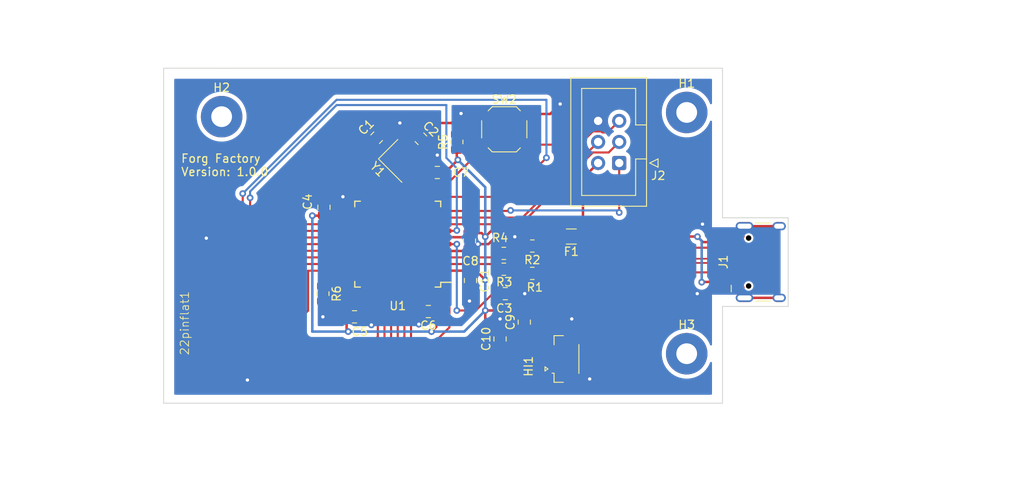
<source format=kicad_pcb>
(kicad_pcb (version 20221018) (generator pcbnew)
  (layers (0 "F.Cu" signal) (31 "B.Cu" signal) (34 "B.Paste" user) (35 "F.Paste" user) (36 "B.SilkS" user "B.Silkscreen") (37 "F.SilkS" user "F.Silkscreen") (38 "B.Mask" user) (39 "F.Mask" user) (44 "Edge.Cuts" user))
  (net 0 "")
  (net 1 "GND")
  (net 2 "Net-(U1-XTAL1)")
  (net 3 "Net-(U1-XTAL2)")
  (net 4 "Net-(U1-UCAP)")
  (net 5 "+5V")
  (net 6 "VCC")
  (net 7 "Net-(J1-CC1)")
  (net 8 "D+")
  (net 9 "D-")
  (net 11 "Net-(J1-CC2)")
  (net 13 "Net-(U1-D-)")
  (net 14 "Net-(U1-D+)")
  (net 15 "reset")
  (net 16 "Net-(U1-~{HWB}{slash}PE2)")
  (net 17 "ex8")
  (net 18 "SCK")
  (net 19 "MOSI")
  (net 20 "MISO")
  (net 21 "ex9")
  (net 22 "ex0")
  (net 23 "ex1")
  (net 24 "ex2")
  (net 25 "ex3")
  (net 26 "ex5")
  (net 27 "ex4")
  (net 28 "ex6")
  (net 29 "ex7")
  (net 30 "Col4")
  (net 31 "Col3")
  (net 32 "Col2")
  (net 33 "Col1")
  (net 34 "Col0")
  (net 35 "Row5")
  (net 36 "Row4")
  (net 37 "Row3")
  (net 38 "Row2")
  (net 39 "Row1")
  (net 40 "Row0")
  (net 42 "ex10")
  (footprint "daughterboard_footprints:R_0805_2012Metric" (layer "F.Cu") (at 187.9085 85.697 180)
    (fp_text reference "R1")
    (fp_text value "5k1")
  )
  (footprint "daughterboard_footprints:R_0805_2012Metric" (layer "F.Cu") (at 178.816 69.85 90)
    (fp_text reference "R5")
    (fp_text value "10k")
  )
  (footprint "MountingHole:MountingHole_2.5mm_Pad" (layer "F.Cu") (at 150.495 66.802)
    (fp_text reference "H2")
    (fp_text value "MountingHole")
  )
  (footprint "daughterboard_footprints:C_0805_2012Metric" (layer "F.Cu") (at 186.944 91.567 90)
    (fp_text reference "C9")
    (fp_text value "10uF")
  )
  (footprint "daughterboard_footprints:C_0805_2012Metric" (layer "F.Cu") (at 176.469 73.533 180)
    (fp_text reference "C7")
    (fp_text value "0.1uF")
  )
  (footprint "MountingHole:MountingHole_2.5mm_Pad" (layer "F.Cu") (at 206.502 95.377)
    (fp_text reference "H3")
    (fp_text value "MountingHole")
  )
  (footprint "daughterboard_footprints:SW_SPST_SKQG_WithStem" (layer "F.Cu") (at 184.531 68.326)
    (fp_text reference "SW2")
    (fp_text value "SW_Push")
  )
  (footprint "daughterboard_footprints:IDC-Header_2x03_P2.54mm_Vertical" (layer "F.Cu") (at 198.374 72.39 180)
    (fp_text reference "J2")
    (fp_text value "AVR-ISP-6")
  )
  (footprint "Connector_Hirose:Hirose_DF52-4S-0.8H_1x04-1MP_P0.80mm_Horizontal" (layer "F.Cu") (at 191.897 96.012 90)
    (fp_text reference "HI1")
    (fp_text value "~")
  )
  (footprint "daughterboard_footprints:MINTRON LW05201-22" (layer "F.Cu") (at 145.6 91.45 90)
    (fp_text reference "22pinflat1")
    (fp_text value "~")
  )
  (footprint "daughterboard_footprints:C_0805_2012Metric" (layer "F.Cu") (at 174.498 69.469 -45)
    (fp_text reference "C2")
    (fp_text value "18pF")
  )
  (footprint "daughterboard_footprints:R_0805_2012Metric" (layer "F.Cu") (at 184.4795 83.284 180)
    (fp_text reference "R4")
    (fp_text value "22R")
  )
  (footprint "daughterboard_footprints:C_0805_2012Metric" (layer "F.Cu") (at 180.34 81.788 -90)
    (fp_text reference "C8")
    (fp_text value "10uF")
  )
  (footprint "daughterboard_footprints:C_0805_2012Metric" (layer "F.Cu") (at 175.387 90.297 180)
    (fp_text reference "C6")
    (fp_text value "0.1uF")
  )
  (footprint "daughterboard_footprints:C_0805_2012Metric" (layer "F.Cu") (at 166.497 90.932)
    (fp_text reference "C5")
    (fp_text value "0.1uF")
  )
  (footprint "MountingHole:MountingHole_2.5mm_Pad" (layer "F.Cu") (at 206.502 66.294)
    (fp_text reference "H1")
    (fp_text value "MountingHole")
  )
  (footprint "daughterboard_footprints:C_0805_2012Metric" (layer "F.Cu") (at 169.164 69.342 -135)
    (fp_text reference "C1")
    (fp_text value "18pF")
  )
  (footprint "daughterboard_footprints:Crystal_SMD_3225-4Pin_3.2x2.5mm" (layer "F.Cu") (at 171.958 72.136 -45)
    (fp_text reference "Y1")
    (fp_text value "Crystal_GND24_Small")
  )
  (footprint "daughterboard_footprints:R_0805_2012Metric" (layer "F.Cu") (at 162.687 88.138 -90)
    (fp_text reference "R6")
    (fp_text value "10k" hide)
  )
  (footprint "daughterboard_footprints:C_0805_2012Metric" (layer "F.Cu") (at 162.814 77.724 90)
    (fp_text reference "C4")
    (fp_text value "0.1uF")
  )
  (footprint "daughterboard_footprints:C_0805_2012Metric" (layer "F.Cu") (at 180.467 86.553 -90)
    (fp_text reference "C11")
    (fp_text value "0.1uF")
  )
  (footprint "daughterboard_footprints:USB_C_Receptacle_HCTL_HC-TYPE-C-16P-01A" (layer "F.Cu") (at 216.564 84.324 90)
    (fp_text reference "J1")
    (fp_text value "USB_C_Receptacle_USB2.0")
  )
  (footprint "daughterboard_footprints:C_0805_2012Metric" (layer "F.Cu") (at 184.023 93.599 90)
    (fp_text reference "C10")
    (fp_text value "10uF")
  )
  (footprint "daughterboard_footprints:C_0805_2012Metric" (layer "F.Cu") (at 184.658 88.138)
    (fp_text reference "C3")
    (fp_text value "1uF")
  )
  (footprint "daughterboard_footprints:R_0805_2012Metric" (layer "F.Cu") (at 187.9085 82.395 180)
    (fp_text reference "R2")
    (fp_text value "5k1")
  )
  (footprint "daughterboard_footprints:R_0805_2012Metric" (layer "F.Cu") (at 184.4795 85.189 180)
    (fp_text reference "R3")
    (fp_text value "22R")
  )
  (footprint "daughterboard_footprints:Fuse_1206_3216Metric" (layer "F.Cu") (at 192.6075 81.252 180)
    (fp_text reference "F1")
    (fp_text value "500mA")
  )
  (footprint "daughterboard_footprints:TQFP-44_10x10mm_P0.8mm" (layer "F.Cu") (at 171.704 82.169 180)
    (fp_text reference "U1")
    (fp_text value "ATmega32U4-A")
  )
  (gr_line (start 210.82 89.678) (end 218.596 89.678) (stroke (width 0.1)) (layer "Edge.Cuts"))
  (gr_line (start 143.51 60.96) (end 143.51 64.77) (stroke (width 0.1)) (layer "Edge.Cuts"))
  (gr_line (start 218.596 89.678) (end 218.723 89.678) (stroke (width 0.1)) (layer "Edge.Cuts"))
  (gr_line (start 206.121 60.96) (end 150.876 60.96) (stroke (width 0.1)) (layer "Edge.Cuts"))
  (gr_line (start 218.723 89.678) (end 218.723 78.994) (stroke (width 0.1)) (layer "Edge.Cuts"))
  (gr_line (start 210.82 89.67) (end 210.82 101.338) (stroke (width 0.1)) (layer "Edge.Cuts"))
  (gr_line (start 143.51 101.346) (end 143.51 64.77) (stroke (width 0.1)) (layer "Edge.Cuts"))
  (gr_line (start 210.82 60.96) (end 206.121 60.96) (stroke (width 0.1)) (layer "Edge.Cuts"))
  (gr_line (start 150.876 101.346) (end 143.51 101.346) (stroke (width 0.1)) (layer "Edge.Cuts"))
  (gr_line (start 150.876 60.96) (end 143.51 60.96) (stroke (width 0.1)) (layer "Edge.Cuts"))
  (gr_line (start 210.82 101.346) (end 206.248 101.346) (stroke (width 0.1)) (layer "Edge.Cuts"))
  (gr_line (start 150.876 101.346) (end 206.248 101.346) (stroke (width 0.1)) (layer "Edge.Cuts"))
  (gr_line (start 218.723 78.994) (end 210.82 78.994) (stroke (width 0.1)) (layer "Edge.Cuts"))
  (gr_line (start 210.82 78.994) (end 210.82 60.96) (stroke (width 0.1)) (layer "Edge.Cuts"))
  (gr_text "Forg Factory\nVersion: 1.0.0" (at 145.542 74.041) (layer "F.SilkS") (effects (font (size 1 1)) (justify left bottom)))
  (segment (start 172.134777 73.514858) (end 171.992619 73.3727) (width 0.3) (layer "F.Cu") (net 1))
  (segment (start 171.866356 70.757142) (end 173.826249 68.797249) (width 0.3) (layer "F.Cu") (net 1))
  (segment (start 212.819 80.644) (end 213.459 80.004) (width 0.3) (layer "F.Cu") (net 1))
  (segment (start 212.819 81.124) (end 212.819 80.644) (width 0.3) (layer "F.Cu") (net 1))
  (segment (start 212.819 87.524) (end 212.819 88.004) (width 0.3) (layer "F.Cu") (net 1))
  (segment (start 178.181 67.564) (end 179.324 66.421) (width 0.3) (layer "F.Cu") (net 1))
  (segment (start 171.958 67.564) (end 178.181 67.564) (width 0.3) (layer "F.Cu") (net 1))
  (segment (start 209.296 80.645) (end 212.818 80.645) (width 0.3) (layer "F.Cu") (net 1))
  (segment (start 162.687 89.0505) (end 162.687 90.932) (width 0.3) (layer "F.Cu") (net 1))
  (segment (start 183.515 81.28) (end 182.626 82.169) (width 0.3) (layer "F.Cu") (net 1))
  (segment (start 195.834 67.31) (end 193.294 67.31) (width 0.3) (layer "F.Cu") (net 1))
  (segment (start 174.437 90.297) (end 174.437 91.628) (width 0.3) (layer "F.Cu") (net 1))
  (segment (start 174.904 87.869) (end 174.904 82.994) (width 0.3) (layer "F.Cu") (net 1))
  (segment (start 173.304 76.469) (end 173.304 78.232) (width 0.3) (layer "F.Cu") (net 1))
  (segment (start 174.498 73.548818) (end 174.513818 73.533) (width 0.3) (layer "F.Cu") (net 1))
  (segment (start 192.707 93.562) (end 192.707 91.234) (width 0.3) (layer "F.Cu") (net 1))
  (segment (start 194.781 98.462) (end 194.818 98.425) (width 0.3) (layer "F.Cu") (net 1))
  (segment (start 180.467 88.9) (end 180.34 89.027) (width 0.3) (layer "F.Cu") (net 1))
  (segment (start 173.699249 68.670249) (end 173.826249 68.797249) (width 0.3) (layer "F.Cu") (net 1))
  (segment (start 173.241 78.169) (end 173.304 78.232) (width 0.3) (layer "F.Cu") (net 1))
  (segment (start 176.4665 71.4375) (end 175.519 72.385) (width 0.3) (layer "F.Cu") (net 1))
  (segment (start 217.639 88.644) (end 217.639 80.004) (width 0.3) (layer "F.Cu") (net 1))
  (segment (start 180.34 82.992) (end 177.427 82.992) (width 0.3) (layer "F.Cu") (net 1))
  (segment (start 171.992619 73.3727) (end 171.992619 70.968538) (width 0.3) (layer "F.Cu") (net 1))
  (segment (start 174.879 82.969) (end 177.404 82.969) (width 0.3) (layer "F.Cu") (net 1))
  (segment (start 173.304 78.232) (end 173.304 82.855) (width 0.3) (layer "F.Cu") (net 1))
  (segment (start 167.5505 90.932) (end 168.529 91.9105) (width 0.3) (layer "F.Cu") (net 1))
  (segment (start 207.772 88.138) (end 207.899 88.011) (width 0.3) (layer "F.Cu") (net 1))
  (segment (start 173.304 82.855) (end 173.228 82.931) (width 0.3) (layer "F.Cu") (net 1))
  (segment (start 186.996 82.395) (end 186.916 82.395) (width 0.3) (layer "F.Cu") (net 1))
  (segment (start 169.835751 68.81167) (end 171.781223 70.757142) (width 0.3) (layer "F.Cu") (net 1))
  (segment (start 168.504 86.233) (end 168.504 82.956) (width 0.3) (layer "F.Cu") (net 1))
  (segment (start 190.787 97.212) (end 190.787 96.412) (width 0.3) (layer "F.Cu") (net 1))
  (segment (start 174.904 82.994) (end 174.879 82.969) (width 0.3) (layer "F.Cu") (net 1))
  (segment (start 169.835751 68.670249) (end 169.835751 68.81167) (width 0.3) (layer "F.Cu") (net 1))
  (segment (start 173.228 82.931) (end 173.266 82.969) (width 0.3) (layer "F.Cu") (net 1))
  (segment (start 166.004 78.169) (end 173.241 78.169) (width 0.3) (layer "F.Cu") (net 1))
  (segment (start 166.004 78.169) (end 164.209 78.169) (width 0.3) (layer "F.Cu") (net 1))
  (segment (start 217.639 80.004) (end 213.459 80.004) (width 0.3) (layer "F.Cu") (net 1))
  (segment (start 171.958 68.670249) (end 173.699249 68.670249) (width 0.3) (layer "F.Cu") (net 1))
  (segment (start 186.944 89.789) (end 186.944 90.617) (width 0.3) (layer "F.Cu") (net 1))
  (segment (start 217.639 88.644) (end 213.459 88.644) (width 0.3) (layer "F.Cu") (net 1))
  (segment (start 212.812 88.011) (end 212.819 88.004) (width 0.3) (layer "F.Cu") (net 1))
  (segment (start 180.787 82.738) (end 181.356 82.169) (width 0.3) (layer "F.Cu") (net 1))
  (segment (start 162.814 76.774) (end 164.78 76.774) (width 0.3) (layer "F.Cu") (net 1))
  (segment (start 185.608 88.138) (end 186.996 88.138) (width 0.3) (layer "F.Cu") (net 1))
  (segment (start 164.78 76.774) (end 165.1 76.454) (width 0.3) (layer "F.Cu") (net 1))
  (segment (start 174.498 73.548818) (end 173.304 74.742818) (width 0.3) (layer "F.Cu") (net 1))
  (segment (start 186.916 82.395) (end 185.801 81.28) (width 0.3) (layer "F.Cu") (net 1))
  (segment (start 180.34 82.738) (end 180.787 82.738) (width 0.3) (layer "F.Cu") (net 1))
  (segment (start 190.787 97.212) (end 191.457 97.212) (width 0.3) (layer "F.Cu") (net 1))
  (segment (start 179.379 66.476) (end 179.324 66.421) (width 0.3) (layer "F.Cu") (net 1))
  (segment (start 174.904 89.83) (end 174.904 87.869) (width 0.3) (layer "F.Cu") (net 1))
  (segment (start 174.079 82.931) (end 174.117 82.969) (width 0.3) (layer "F.Cu") (net 1))
  (segment (start 212.819 88.004) (end 213.459 88.644) (width 0.3) (layer "F.Cu") (net 1))
  (segment (start 174.117 82.969) (end 174.879 82.969) (width 0.3) (layer "F.Cu") (net 1))
  (segment (start 191.262 65.278) (end 190.064 66.476) (width 0.3) (layer "F.Cu") (net 1))
  (segment (start 169.835751 68.670249) (end 171.958 68.670249) (width 0.3) (layer "F.Cu") (net 1))
  (segment (start 168.504 82.956) (end 168.529 82.931) (width 0.3) (layer "F.Cu") (net 1))
  (segment (start 186.996 89.737) (end 186.944 89.789) (width 0.3) (layer "F.Cu") (net 1))
  (segment (start 192.707 98.462) (end 194.781 98.462) (width 0.3) (layer "F.Cu") (net 1))
  (segment (start 174.513818 73.533) (end 175.519 73.533) (width 0.3) (layer "F.Cu") (net 1))
  (segment (start 185.801 81.28) (end 183.515 81.28) (width 0.3) (layer "F.Cu") (net 1))
  (segment (start 212.818 80.645) (end 212.819 80.644) (width 0.3) (layer "F.Cu") (net 1))
  (segment (start 173.304 74.742818) (end 173.304 76.469) (width 0.3) (layer "F.Cu") (net 1))
  (segment (start 179.451 66.476) (end 179.379 66.476) (width 0.3) (layer "F.Cu") (net 1))
  (segment (start 167.447 90.932) (end 168.504 89.875) (width 0.3) (layer "F.Cu") (net 1))
  (segment (start 186.996 85.697) (end 186.996 88.138) (width 0.3) (layer "F.Cu") (net 1))
  (segment (start 186.996 89.737) (end 186.996 88.138) (width 0.3) (layer "F.Cu") (net 1))
  (segment (start 180.34 82.738) (end 180.34 82.992) (width 0.3) (layer "F.Cu") (net 1))
  (segment (start 174.437 91.628) (end 174.244 91.821) (width 0.3) (layer "F.Cu") (net 1))
  (segment (start 171.781223 70.757142) (end 171.866356 70.757142) (width 0.3) (layer "F.Cu") (net 1))
  (segment (start 191.457 97.212) (end 192.707 98.462) (width 0.3) (layer "F.Cu") (net 1))
  (segment (start 148.65 98.55) (end 153.6 98.55) (width 0.3) (layer "F.Cu") (net 1))
  (segment (start 173.266 82.969) (end 174.117 82.969) (width 0.3) (layer "F.Cu") (net 1))
  (segment (start 168.529 82.931) (end 174.079 82.931) (width 0.3) (layer "F.Cu") (net 1))
  (segment (start 148.65 84.45) (end 148.65 81.45) (width 0.3) (layer "F.Cu") (net 1))
  (segment (start 171.992619 70.968538) (end 171.781223 70.757142) (width 0.3) (layer "F.Cu") (net 1))
  (segment (start 186.785 82.184) (end 186.996 82.395) (width 0.3) (layer "F.Cu") (net 1))
  (segment (start 180.467 87.503) (end 180.467 88.9) (width 0.3) (layer "F.Cu") (net 1))
  (segment (start 208.407 79.756) (end 209.296 80.645) (width 0.3) (layer "F.Cu") (net 1))
  (segment (start 207.899 88.011) (end 212.812 88.011) (width 0.3) (layer "F.Cu") (net 1))
  (segment (start 171.958 68.670249) (end 171.958 67.564) (width 0.3) (layer "F.Cu") (net 1))
  (segment (start 190.064 66.476) (end 187.631 66.476) (width 0.3) (layer "F.Cu") (net 1))
  (segment (start 177.427 82.992) (end 177.404 82.969) (width 0.3) (layer "F.Cu") (net 1))
  (segment (start 193.294 67.31) (end 191.262 65.278) (width 0.3) (layer "F.Cu") (net 1))
  (segment (start 182.626 82.169) (end 181.356 82.169) (width 0.3) (layer "F.Cu") (net 1))
  (segment (start 167.447 90.932) (end 167.5505 90.932) (width 0.3) (layer "F.Cu") (net 1))
  (segment (start 175.519 72.385) (end 175.519 73.533) (width 0.3) (layer "F.Cu") (net 1))
  (segment (start 168.504 87.869) (end 168.504 86.233) (width 0.3) (layer "F.Cu") (net 1))
  (segment (start 174.437 90.297) (end 174.904 89.83) (width 0.3) (layer "F.Cu") (net 1))
  (segment (start 184.023 92.649) (end 184.023 91.186) (width 0.3) (layer "F.Cu") (net 1))
  (segment (start 168.504 89.875) (end 168.504 87.869) (width 0.3) (layer "F.Cu") (net 1))
  (segment (start 164.209 78.169) (end 162.814 76.774) (width 0.3) (layer "F.Cu") (net 1))
  (segment (start 192.707 91.234) (end 192.659 91.186) (width 0.3) (layer "F.Cu") (net 1))
  (segment (start 179.451 66.476) (end 181.431 66.476) (width 0.3) (layer "F.Cu") (net 1))
  (via (at 185.801 81.28) (size 0.8) (drill 0.4) (layers "F.Cu" "B.Cu") (net 1))
  (via (at 171.958 67.564) (size 0.8) (drill 0.4) (layers "F.Cu" "B.Cu") (net 1))
  (via (at 153.6 98.55) (size 0.8) (drill 0.4) (layers "F.Cu" "B.Cu") (net 1))
  (via (at 192.659 91.186) (size 0.8) (drill 0.4) (layers "F.Cu" "B.Cu") (net 1))
  (via (at 168.529 91.9105) (size 0.8) (drill 0.4) (layers "F.Cu" "B.Cu") (net 1))
  (via (at 194.818 98.425) (size 0.8) (drill 0.4) (layers "F.Cu" "B.Cu") (net 1))
  (via (at 191.262 65.278) (size 0.8) (drill 0.4) (layers "F.Cu" "B.Cu") (net 1))
  (via (at 174.244 91.821) (size 0.8) (drill 0.4) (layers "F.Cu" "B.Cu") (net 1))
  (via (at 179.324 66.421) (size 0.8) (drill 0.4) (layers "F.Cu" "B.Cu") (net 1))
  (via (at 162.687 90.932) (size 0.8) (drill 0.4) (layers "F.Cu" "B.Cu") (net 1))
  (via (at 208.407 79.756) (size 0.8) (drill 0.4) (layers "F.Cu" "B.Cu") (net 1))
  (via (at 148.65 81.45) (size 0.8) (drill 0.4) (layers "F.Cu" "B.Cu") (net 1))
  (via (at 165.1 76.454) (size 0.8) (drill 0.4) (layers "F.Cu" "B.Cu") (net 1))
  (via (at 184.023 91.186) (size 0.8) (drill 0.4) (layers "F.Cu" "B.Cu") (net 1))
  (via (at 207.772 88.138) (size 0.8) (drill 0.4) (layers "F.Cu" "B.Cu") (net 1))
  (via (at 181.356 82.169) (size 0.8) (drill 0.4) (layers "F.Cu" "B.Cu") (net 1))
  (via (at 180.34 89.027) (size 0.8) (drill 0.4) (layers "F.Cu" "B.Cu") (net 1))
  (via (at 176.4665 71.4375) (size 0.8) (drill 0.4) (layers "F.Cu" "B.Cu") (net 1))
  (via (at 186.996 88.138) (size 0.8) (drill 0.4) (layers "F.Cu" "B.Cu") (net 1))
  (segment (start 170.437721 71.959223) (end 170.579142 71.959223) (width 0.25) (layer "F.Cu") (net 2))
  (segment (start 170.579142 73.338081) (end 170.579142 71.959223) (width 0.25) (layer "F.Cu") (net 2))
  (segment (start 171.704 76.469) (end 171.704 74.462939) (width 0.25) (layer "F.Cu") (net 2))
  (segment (start 168.492249 70.013751) (end 170.437721 71.959223) (width 0.25) (layer "F.Cu") (net 2))
  (segment (start 171.704 74.462939) (end 170.579142 73.338081) (width 0.25) (layer "F.Cu") (net 2))
  (segment (start 172.504 74.765) (end 172.504 76.469) (width 0.25) (layer "F.Cu") (net 3))
  (segment (start 173.831833 73.437167) (end 172.504 74.765) (width 0.25) (layer "F.Cu") (net 3))
  (segment (start 173.831833 72.807752) (end 173.831833 73.437167) (width 0.25) (layer "F.Cu") (net 3))
  (segment (start 175.169751 70.479884) (end 175.169751 70.140751) (width 0.25) (layer "F.Cu") (net 3))
  (segment (start 173.336858 72.312777) (end 175.169751 70.479884) (width 0.25) (layer "F.Cu") (net 3))
  (segment (start 173.336858 72.312777) (end 173.831833 72.807752) (width 0.25) (layer "F.Cu") (net 3))
  (segment (start 183.134 88.138) (end 183.708 88.138) (width 0.25) (layer "F.Cu") (net 4))
  (segment (start 178.8145 82.169) (end 178.816 82.1675) (width 0.25) (layer "F.Cu") (net 4))
  (segment (start 178.816 90.17) (end 181.102 90.17) (width 0.25) (layer "F.Cu") (net 4))
  (segment (start 181.102 90.17) (end 183.134 88.138) (width 0.25) (layer "F.Cu") (net 4))
  (segment (start 177.404 82.169) (end 178.8145 82.169) (width 0.25) (layer "F.Cu") (net 4))
  (via (at 178.816 82.1675) (size 0.8) (drill 0.4) (layers "F.Cu" "B.Cu") (net 4))
  (via (at 178.816 90.17) (size 0.8) (drill 0.4) (layers "F.Cu" "B.Cu") (net 4))
  (segment (start 178.816 90.17) (end 178.816 82.1675) (width 0.25) (layer "B.Cu") (net 4))
  (segment (start 186.944 92.517) (end 186.944 94.615) (width 0.3) (layer "F.Cu") (net 5))
  (segment (start 184.023 94.549) (end 184.023 95.377) (width 0.3) (layer "F.Cu") (net 5))
  (segment (start 181.361 85.603) (end 182.245 86.487) (width 0.3) (layer "F.Cu") (net 5))
  (segment (start 182.245 90.17) (end 182.245 92.771) (width 0.3) (layer "F.Cu") (net 5))
  (segment (start 178.816 71.882) (end 178.943 72.009) (width 0.3) (layer "F.Cu") (net 5))
  (segment (start 177.439148 81.333852) (end 177.404 81.369) (width 0.3) (layer "F.Cu") (net 5))
  (segment (start 184.258 95.612) (end 190.787 95.612) (width 0.3) (layer "F.Cu") (net 5))
  (segment (start 180.233 85.369) (end 180.467 85.603) (width 0.3) (layer "F.Cu") (net 5))
  (segment (start 162.814 78.674) (end 163.109 78.969) (width 0.3) (layer "F.Cu") (net 5))
  (segment (start 165.547 90.932) (end 165.547 92.522) (width 0.3) (layer "F.Cu") (net 5))
  (segment (start 180.34 80.838) (end 180.34 81.278) (width 0.3) (layer "F.Cu") (net 5))
  (segment (start 163.109 78.969) (end 166.004 78.969) (width 0.3) (layer "F.Cu") (net 5))
  (segment (start 176.269 74.683) (end 177.419 73.533) (width 0.3) (layer "F.Cu") (net 5))
  (segment (start 182.245 81.278) (end 183.229 80.294) (width 0.3) (layer "F.Cu") (net 5))
  (segment (start 176.337 88.502) (end 175.704 87.869) (width 0.3) (layer "F.Cu") (net 5))
  (segment (start 184.023 95.377) (end 184.258 95.612) (width 0.3) (layer "F.Cu") (net 5))
  (segment (start 189.133 80.294) (end 190.091 81.252) (width 0.3) (layer "F.Cu") (net 5))
  (segment (start 167.704 87.869) (end 167.704 88.775) (width 0.3) (layer "F.Cu") (net 5))
  (segment (start 176.337 90.297) (end 176.337 92.141) (width 0.3) (layer "F.Cu") (net 5))
  (segment (start 175.704 86.278314) (end 175.704 87.869) (width 0.3) (layer "F.Cu") (net 5))
  (segment (start 161.417 78.74) (end 162.748 78.74) (width 0.3) (layer "F.Cu") (net 5))
  (segment (start 177.404 85.369) (end 176.613314 85.369) (width 0.3) (layer "F.Cu") (net 5))
  (segment (start 184.597 90.17) (end 186.944 92.517) (width 0.3) (layer "F.Cu") (net 5))
  (segment (start 162.748 78.74) (end 162.814 78.674) (width 0.3) (layer "F.Cu") (net 5))
  (segment (start 182.245 92.771) (end 184.023 94.549) (width 0.3) (layer "F.Cu") (net 5))
  (segment (start 175.063958 74.683) (end 176.269 74.683) (width 0.3) (layer "F.Cu") (net 5))
  (segment (start 167.704 88.775) (end 165.547 90.932) (width 0.3) (layer "F.Cu") (net 5))
  (segment (start 180.34 80.838) (end 181.805 80.838) (width 0.3) (layer "F.Cu") (net 5))
  (segment (start 178.816 70.7625) (end 178.816 71.882) (width 0.3) (layer "F.Cu") (net 5))
  (segment (start 183.229 80.294) (end 189.133 80.294) (width 0.3) (layer "F.Cu") (net 5))
  (segment (start 179.844148 81.333852) (end 177.439148 81.333852) (width 0.3) (layer "F.Cu") (net 5))
  (segment (start 176.337 92.141) (end 175.768 92.71) (width 0.3) (layer "F.Cu") (net 5))
  (segment (start 187.141 94.812) (end 190.787 94.812) (width 0.3) (layer "F.Cu") (net 5))
  (segment (start 180.34 80.838) (end 179.844148 81.333852) (width 0.3) (layer "F.Cu") (net 5))
  (segment (start 190.091 81.252) (end 191.2075 81.252) (width 0.3) (layer "F.Cu") (net 5))
  (segment (start 165.547 92.522) (end 165.735 92.71) (width 0.3) (layer "F.Cu") (net 5))
  (segment (start 174.104 76.469) (end 174.104 75.642958) (width 0.3) (layer "F.Cu") (net 5))
  (segment (start 177.404 85.369) (end 180.233 85.369) (width 0.3) (layer "F.Cu") (net 5))
  (segment (start 182.245 90.17) (end 184.597 90.17) (width 0.3) (layer "F.Cu") (net 5))
  (segment (start 180.467 85.603) (end 181.361 85.603) (width 0.3) (layer "F.Cu") (net 5))
  (segment (start 176.337 90.297) (end 176.337 88.502) (width 0.3) (layer "F.Cu") (net 5))
  (segment (start 181.805 80.838) (end 182.245 81.278) (width 0.3) (layer "F.Cu") (net 5))
  (segment (start 177.419 73.533) (end 178.943 72.009) (width 0.3) (layer "F.Cu") (net 5))
  (segment (start 176.613314 85.369) (end 175.704 86.278314) (width 0.3) (layer "F.Cu") (net 5))
  (segment (start 186.944 94.615) (end 187.141 94.812) (width 0.3) (layer "F.Cu") (net 5))
  (segment (start 174.104 75.642958) (end 175.063958 74.683) (width 0.3) (layer "F.Cu") (net 5))
  (via (at 182.245 90.17) (size 0.8) (drill 0.4) (layers "F.Cu" "B.Cu") (net 5))
  (via (at 175.768 92.71) (size 0.8) (drill 0.4) (layers "F.Cu" "B.Cu") (net 5))
  (via (at 161.417 78.74) (size 0.8) (drill 0.4) (layers "F.Cu" "B.Cu") (net 5))
  (via (at 178.943 72.009) (size 0.8) (drill 0.4) (layers "F.Cu" "B.Cu") (net 5))
  (via (at 165.735 92.71) (size 0.8) (drill 0.4) (layers "F.Cu" "B.Cu") (net 5))
  (via (at 182.245 81.278) (size 0.8) (drill 0.4) (layers "F.Cu" "B.Cu") (net 5))
  (via (at 182.245 86.487) (size 0.8) (drill 0.4) (layers "F.Cu" "B.Cu") (net 5))
  (segment (start 161.417 92.71) (end 161.417 78.74) (width 0.3) (layer "B.Cu") (net 5))
  (segment (start 182.245 75.311) (end 178.943 72.009) (width 0.3) (layer "B.Cu") (net 5))
  (segment (start 179.705 92.71) (end 175.768 92.71) (width 0.3) (layer "B.Cu") (net 5))
  (segment (start 182.245 81.278) (end 182.245 85.344) (width 0.3) (layer "B.Cu") (net 5))
  (segment (start 175.768 92.71) (end 165.481 92.71) (width 0.3) (layer "B.Cu") (net 5))
  (segment (start 182.245 85.344) (end 182.245 86.487) (width 0.3) (layer "B.Cu") (net 5))
  (segment (start 182.245 90.17) (end 179.705 92.71) (width 0.3) (layer "B.Cu") (net 5))
  (segment (start 182.245 81.278) (end 182.245 75.311) (width 0.3) (layer "B.Cu") (net 5))
  (segment (start 165.735 92.71) (end 161.417 92.71) (width 0.3) (layer "B.Cu") (net 5))
  (segment (start 182.245 86.487) (end 182.245 90.17) (width 0.3) (layer "B.Cu") (net 5))
  (segment (start 207.78 81.252) (end 194.0075 81.252) (width 0.3) (layer "F.Cu") (net 6))
  (segment (start 212.819 86.724) (end 208.342 86.724) (width 0.3) (layer "F.Cu") (net 6))
  (segment (start 195.834 72.39) (end 194.0075 74.2165) (width 0.3) (layer "F.Cu") (net 6))
  (segment (start 207.796 81.268) (end 207.78 81.252) (width 0.3) (layer "F.Cu") (net 6))
  (segment (start 208.342 86.724) (end 208.309 86.757) (width 0.3) (layer "F.Cu") (net 6))
  (segment (start 212.819 81.924) (end 208.452 81.924) (width 0.3) (layer "F.Cu") (net 6))
  (segment (start 194.0075 74.2165) (end 194.0075 81.252) (width 0.3) (layer "F.Cu") (net 6))
  (segment (start 208.452 81.924) (end 207.796 81.268) (width 0.3) (layer "F.Cu") (net 6))
  (via (at 207.796 81.268) (size 0.8) (drill 0.4) (layers "F.Cu" "B.Cu") (net 6))
  (via (at 208.309 86.757) (size 0.8) (drill 0.4) (layers "F.Cu" "B.Cu") (net 6))
  (segment (start 208.309 81.781) (end 207.796 81.268) (width 0.3) (layer "B.Cu") (net 6))
  (segment (start 208.309 86.757) (end 208.309 81.781) (width 0.3) (layer "B.Cu") (net 6))
  (segment (start 188.944 85.574) (end 188.821 85.697) (width 0.25) (layer "F.Cu") (net 7))
  (segment (start 212.819 85.574) (end 188.944 85.574) (width 0.25) (layer "F.Cu") (net 7))
  (segment (start 211.726 83.574) (end 211.357 83.943) (width 0.2) (layer "F.Cu") (net 8))
  (segment (start 195.58 83.927) (end 195.572 83.919) (width 0.2) (layer "F.Cu") (net 8))
  (segment (start 212.816 83.574) (end 211.726 83.574) (width 0.2) (layer "F.Cu") (net 8))
  (segment (start 195.572 83.919) (end 186.5115 83.919) (width 0.2) (layer "F.Cu") (net 8))
  (segment (start 211.988 84.574) (end 212.816 84.574) (width 0.2) (layer "F.Cu") (net 8))
  (segment (start 185.8765 83.284) (end 185.392 83.284) (width 0.2) (layer "F.Cu") (net 8))
  (segment (start 211.357 83.943) (end 211.341 83.927) (width 0.2) (layer "F.Cu") (net 8))
  (segment (start 186.5115 83.919) (end 185.8765 83.284) (width 0.2) (layer "F.Cu") (net 8))
  (segment (start 211.357 83.943) (end 211.988 84.574) (width 0.2) (layer "F.Cu") (net 8))
  (segment (start 211.341 83.927) (end 195.58 83.927) (width 0.2) (layer "F.Cu") (net 8))
  (segment (start 213.909 85.074) (end 214.278 84.705) (width 0.2) (layer "F.Cu") (net 9))
  (segment (start 212.819 85.074) (end 213.909 85.074) (width 0.2) (layer "F.Cu") (net 9))
  (segment (start 212.819 85.074) (end 211.922314 85.074) (width 0.2) (layer "F.Cu") (net 9))
  (segment (start 211.922314 85.074) (end 211.283314 84.435) (width 0.2) (layer "F.Cu") (net 9))
  (segment (start 186.5035 84.435) (end 185.7495 85.189) (width 0.2) (layer "F.Cu") (net 9))
  (segment (start 185.7495 85.189) (end 185.392 85.189) (width 0.2) (layer "F.Cu") (net 9))
  (segment (start 211.283314 84.435) (end 186.5035 84.435) (width 0.2) (layer "F.Cu") (net 9))
  (segment (start 214.278 84.705) (end 213.647 84.074) (width 0.2) (layer "F.Cu") (net 9))
  (segment (start 213.647 84.074) (end 212.819 84.074) (width 0.2) (layer "F.Cu") (net 9))
  (segment (start 207.329 82.558) (end 207.37 82.599) (width 0.25) (layer "F.Cu") (net 11))
  (segment (start 207.37 82.599) (end 212.819 82.599) (width 0.25) (layer "F.Cu") (net 11))
  (segment (start 188.984 82.558) (end 188.821 82.395) (width 0.25) (layer "F.Cu") (net 11))
  (segment (start 207.329 82.558) (end 188.984 82.558) (width 0.25) (layer "F.Cu") (net 11))
  (segment (start 182.947 84.569) (end 177.404 84.569) (width 0.25) (layer "F.Cu") (net 13))
  (segment (start 183.567 85.189) (end 182.947 84.569) (width 0.25) (layer "F.Cu") (net 13))
  (segment (start 183.082 83.769) (end 177.404 83.769) (width 0.25) (layer "F.Cu") (net 14))
  (segment (start 183.567 83.284) (end 183.082 83.769) (width 0.25) (layer "F.Cu") (net 14))
  (segment (start 174.904 76.469) (end 174.904 75.719) (width 0.25) (layer "F.Cu") (net 15))
  (segment (start 181.431 71.129884) (end 181.431 70.176) (width 0.25) (layer "F.Cu") (net 15))
  (segment (start 175.312 75.311) (end 177.249884 75.311) (width 0.25) (layer "F.Cu") (net 15))
  (segment (start 178.816 68.9375) (end 180.0545 70.176) (width 0.25) (layer "F.Cu") (net 15))
  (segment (start 196.977 68.707) (end 196.351054 68.707) (width 0.25) (layer "F.Cu") (net 15))
  (segment (start 180.0545 70.176) (end 181.431 70.176) (width 0.25) (layer "F.Cu") (net 15))
  (segment (start 193.603 70.176) (end 187.631 70.176) (width 0.25) (layer "F.Cu") (net 15))
  (segment (start 177.249884 75.311) (end 181.431 71.129884) (width 0.25) (layer "F.Cu") (net 15))
  (segment (start 196.224054 68.58) (end 195.199 68.58) (width 0.25) (layer "F.Cu") (net 15))
  (segment (start 181.431 70.176) (end 187.631 70.176) (width 0.25) (layer "F.Cu") (net 15))
  (segment (start 198.374 67.31) (end 196.977 68.707) (width 0.25) (layer "F.Cu") (net 15))
  (segment (start 174.904 75.719) (end 175.312 75.311) (width 0.25) (layer "F.Cu") (net 15))
  (segment (start 195.199 68.58) (end 193.603 70.176) (width 0.25) (layer "F.Cu") (net 15))
  (segment (start 196.351054 68.707) (end 196.224054 68.58) (width 0.25) (layer "F.Cu") (net 15))
  (segment (start 163.7435 86.169) (end 162.687 87.2255) (width 0.25) (layer "F.Cu") (net 16))
  (segment (start 166.004 86.169) (end 163.7435 86.169) (width 0.25) (layer "F.Cu") (net 16))
  (segment (start 178.765 80.569) (end 178.816 80.518) (width 0.25) (layer "F.Cu") (net 17))
  (segment (start 153.924 85.726396) (end 152.900396 86.75) (width 0.25) (layer "F.Cu") (net 17))
  (segment (start 152.900396 86.75) (end 150.622 86.75) (width 0.25) (layer "F.Cu") (net 17))
  (segment (start 177.404 80.569) (end 178.765 80.569) (width 0.25) (layer "F.Cu") (net 17))
  (segment (start 153.924 76.581) (end 153.924 85.726396) (width 0.25) (layer "F.Cu") (net 17))
  (via (at 153.924 76.581) (size 0.8) (drill 0.4) (layers "F.Cu" "B.Cu") (net 17))
  (via (at 178.816 80.518) (size 0.8) (drill 0.4) (layers "F.Cu" "B.Cu") (net 17))
  (segment (start 153.924 76.581) (end 153.924 75.820396) (width 0.25) (layer "B.Cu") (net 17))
  (segment (start 178.816 73.025) (end 178.816 80.518) (width 0.25) (layer "B.Cu") (net 17))
  (segment (start 177.559 71.768) (end 178.816 73.025) (width 0.25) (layer "B.Cu") (net 17))
  (segment (start 164.339396 65.405) (end 177.546 65.405) (width 0.25) (layer "B.Cu") (net 17))
  (segment (start 177.546 65.405) (end 177.559 65.418) (width 0.25) (layer "B.Cu") (net 17))
  (segment (start 153.924 75.820396) (end 164.339396 65.405) (width 0.25) (layer "B.Cu") (net 17))
  (segment (start 177.559 65.418) (end 177.559 71.768) (width 0.25) (layer "B.Cu") (net 17))
  (segment (start 198.374 69.85) (end 197.104 71.12) (width 0.25) (layer "F.Cu") (net 18))
  (segment (start 195.200396 71.12) (end 186.551396 79.769) (width 0.25) (layer "F.Cu") (net 18))
  (segment (start 197.104 71.12) (end 195.200396 71.12) (width 0.25) (layer "F.Cu") (net 18))
  (segment (start 186.551396 79.769) (end 177.404 79.769) (width 0.25) (layer "F.Cu") (net 18))
  (segment (start 186.715 78.969) (end 177.404 78.969) (width 0.25) (layer "F.Cu") (net 19))
  (segment (start 195.834 69.85) (end 186.715 78.969) (width 0.25) (layer "F.Cu") (net 19))
  (segment (start 177.404 78.169) (end 185.229 78.169) (width 0.25) (layer "F.Cu") (net 20))
  (segment (start 185.229 78.169) (end 185.293 78.105) (width 0.25) (layer "F.Cu") (net 20))
  (segment (start 198.374 78.359) (end 198.374 72.39) (width 0.25) (layer "F.Cu") (net 20))
  (via (at 185.293 78.105) (size 0.8) (drill 0.4) (layers "F.Cu" "B.Cu") (net 20))
  (via (at 198.374 78.359) (size 0.8) (drill 0.4) (layers "F.Cu" "B.Cu") (net 20))
  (segment (start 185.293 78.105) (end 198.12 78.105) (width 0.25) (layer "B.Cu") (net 20))
  (segment (start 198.12 78.105) (end 198.374 78.359) (width 0.25) (layer "B.Cu") (net 20))
  (segment (start 150.622 86.25) (end 152.764 86.25) (width 0.25) (layer "F.Cu") (net 21))
  (segment (start 175.704 76.469) (end 184.897 76.469) (width 0.25) (layer "F.Cu") (net 21))
  (segment (start 152.764 86.25) (end 153.035 85.979) (width 0.25) (layer "F.Cu") (net 21))
  (segment (start 184.897 76.469) (end 189.611 71.755) (width 0.25) (layer "F.Cu") (net 21))
  (segment (start 153.035 85.979) (end 153.035 76.073) (width 0.25) (layer "F.Cu") (net 21))
  (via (at 189.611 71.755) (size 0.8) (drill 0.4) (layers "F.Cu" "B.Cu") (net 21))
  (via (at 153.035 76.073) (size 0.8) (drill 0.4) (layers "F.Cu" "B.Cu") (net 21))
  (segment (start 189.611 64.77) (end 164.338 64.77) (width 0.25) (layer "B.Cu") (net 21))
  (segment (start 189.611 71.755) (end 189.611 64.77) (width 0.25) (layer "B.Cu") (net 21))
  (segment (start 164.338 64.77) (end 153.035 76.073) (width 0.25) (layer "B.Cu") (net 21))
  (segment (start 150.622 87.25) (end 154.558 87.25) (width 0.25) (layer "F.Cu") (net 22))
  (segment (start 168.83762 73.718) (end 170.904 75.78438) (width 0.25) (layer "F.Cu") (net 22))
  (segment (start 170.904 75.78438) (end 170.904 76.469) (width 0.25) (layer "F.Cu") (net 22))
  (segment (start 154.558 87.25) (end 154.813 86.995) (width 0.25) (layer "F.Cu") (net 22))
  (segment (start 154.813 86.995) (end 154.813 78.226416) (width 0.25) (layer "F.Cu") (net 22))
  (segment (start 170.904 76.469) (end 170.904 75.719) (width 0.25) (layer "F.Cu") (net 22))
  (segment (start 159.321416 73.718) (end 168.83762 73.718) (width 0.25) (layer "F.Cu") (net 22))
  (segment (start 154.813 78.226416) (end 159.321416 73.718) (width 0.25) (layer "F.Cu") (net 22))
  (segment (start 170.104 76.469) (end 170.104 75.78438) (width 0.25) (layer "F.Cu") (net 23))
  (segment (start 170.104 75.78438) (end 168.48762 74.168) (width 0.25) (layer "F.Cu") (net 23))
  (segment (start 159.507812 74.168) (end 155.321 78.354812) (width 0.25) (layer "F.Cu") (net 23))
  (segment (start 168.48762 74.168) (end 159.507812 74.168) (width 0.25) (layer "F.Cu") (net 23))
  (segment (start 170.104 76.469) (end 170.104 75.719) (width 0.25) (layer "F.Cu") (net 23))
  (segment (start 155.314 87.75) (end 150.622 87.75) (width 0.25) (layer "F.Cu") (net 23))
  (segment (start 155.321 87.743) (end 155.314 87.75) (width 0.25) (layer "F.Cu") (net 23))
  (segment (start 155.321 78.354812) (end 155.321 87.743) (width 0.25) (layer "F.Cu") (net 23))
  (segment (start 150.622 88.25) (end 155.814 88.25) (width 0.25) (layer "F.Cu") (net 24))
  (segment (start 159.647208 74.665) (end 168.25 74.665) (width 0.25) (layer "F.Cu") (net 24))
  (segment (start 155.829 88.265) (end 155.829 78.483208) (width 0.25) (layer "F.Cu") (net 24))
  (segment (start 168.25 74.665) (end 169.304 75.719) (width 0.25) (layer "F.Cu") (net 24))
  (segment (start 169.304 75.719) (end 169.304 76.469) (width 0.25) (layer "F.Cu") (net 24))
  (segment (start 155.829 78.483208) (end 159.647208 74.665) (width 0.25) (layer "F.Cu") (net 24))
  (segment (start 158.75 79.375) (end 156.337 81.788) (width 0.25) (layer "F.Cu") (net 25))
  (segment (start 156.337 81.788) (end 156.337 88.519) (width 0.25) (layer "F.Cu") (net 25))
  (segment (start 159.833604 75.115) (end 158.75 76.198604) (width 0.25) (layer "F.Cu") (net 25))
  (segment (start 168.504 75.78438) (end 167.83462 75.115) (width 0.25) (layer "F.Cu") (net 25))
  (segment (start 150.622 88.75) (end 156.106 88.75) (width 0.25) (layer "F.Cu") (net 25))
  (segment (start 156.106 88.75) (end 156.337 88.519) (width 0.25) (layer "F.Cu") (net 25))
  (segment (start 168.504 76.469) (end 168.504 75.719) (width 0.25) (layer "F.Cu") (net 25))
  (segment (start 158.75 76.198604) (end 158.75 79.375) (width 0.25) (layer "F.Cu") (net 25))
  (segment (start 167.83462 75.115) (end 159.833604 75.115) (width 0.25) (layer "F.Cu") (net 25))
  (segment (start 168.504 76.469) (end 168.504 75.78438) (width 0.25) (layer "F.Cu") (net 25))
  (segment (start 157.353 82.296) (end 159.88 79.769) (width 0.25) (layer "F.Cu") (net 26))
  (segment (start 157.353 89.282396) (end 157.353 82.296) (width 0.25) (layer "F.Cu") (net 26))
  (segment (start 156.885396 89.75) (end 157.353 89.282396) (width 0.25) (layer "F.Cu") (net 26))
  (segment (start 150.622 89.75) (end 156.885396 89.75) (width 0.25) (layer "F.Cu") (net 26))
  (segment (start 166.004 79.769) (end 159.88 79.769) (width 0.25) (layer "F.Cu") (net 26))
  (segment (start 156.718 89.281) (end 156.845 89.154) (width 0.25) (layer "F.Cu") (net 27))
  (segment (start 159.258 76.327) (end 160.02 75.565) (width 0.25) (layer "F.Cu") (net 27))
  (segment (start 156.845 89.154) (end 156.845 82.042) (width 0.25) (layer "F.Cu") (net 27))
  (segment (start 159.258 79.629) (end 159.258 76.327) (width 0.25) (layer "F.Cu") (net 27))
  (segment (start 166.8 75.565) (end 167.704 76.469) (width 0.25) (layer "F.Cu") (net 27))
  (segment (start 150.622 89.25) (end 156.687 89.25) (width 0.25) (layer "F.Cu") (net 27))
  (segment (start 160.02 75.565) (end 166.8 75.565) (width 0.25) (layer "F.Cu") (net 27))
  (segment (start 156.845 82.042) (end 159.258 79.629) (width 0.25) (layer "F.Cu") (net 27))
  (segment (start 156.687 89.25) (end 156.718 89.281) (width 0.25) (layer "F.Cu") (net 27))
  (segment (start 157.021792 90.25) (end 150.622 90.25) (width 0.25) (layer "F.Cu") (net 28))
  (segment (start 157.861 82.55) (end 157.861 89.410792) (width 0.25) (layer "F.Cu") (net 28))
  (segment (start 166.004 80.569) (end 159.842 80.569) (width 0.25) (layer "F.Cu") (net 28))
  (segment (start 157.861 89.410792) (end 157.021792 90.25) (width 0.25) (layer "F.Cu") (net 28))
  (segment (start 157.861 82.55) (end 159.842 80.569) (width 0.25) (layer "F.Cu") (net 28))
  (segment (start 158.369 82.931) (end 159.931 81.369) (width 0.25) (layer "F.Cu") (net 29))
  (segment (start 159.931 81.369) (end 166.004 81.369) (width 0.25) (layer "F.Cu") (net 29))
  (segment (start 158.369 89.539188) (end 158.369 82.931) (width 0.25) (layer "F.Cu") (net 29))
  (segment (start 150.622 90.75) (end 157.158188 90.75) (width 0.25) (layer "F.Cu") (net 29))
  (segment (start 157.158188 90.75) (end 158.369 89.539188) (width 0.25) (layer "F.Cu") (net 29))
  (segment (start 157.294584 91.25) (end 150.622 91.25) (width 0.25) (layer "F.Cu") (net 30))
  (segment (start 158.877 89.667584) (end 157.294584 91.25) (width 0.25) (layer "F.Cu") (net 30))
  (segment (start 166.004 82.169) (end 159.893 82.169) (width 0.25) (layer "F.Cu") (net 30))
  (segment (start 158.877 83.185) (end 159.893 82.169) (width 0.25) (layer "F.Cu") (net 30))
  (segment (start 158.877 83.185) (end 158.877 89.667584) (width 0.25) (layer "F.Cu") (net 30))
  (segment (start 166.004 82.969) (end 159.855 82.969) (width 0.25) (layer "F.Cu") (net 31))
  (segment (start 159.385 83.439) (end 159.855 82.969) (width 0.25) (layer "F.Cu") (net 31))
  (segment (start 150.622 91.75) (end 157.43098 91.75) (width 0.25) (layer "F.Cu") (net 31))
  (segment (start 157.43098 91.75) (end 159.385 89.79598) (width 0.25) (layer "F.Cu") (net 31))
  (segment (start 159.385 89.79598) (end 159.385 83.439) (width 0.25) (layer "F.Cu") (net 31))
  (segment (start 166.004 83.769) (end 159.969 83.769) (width 0.25) (layer "F.Cu") (net 32))
  (segment (start 159.969 83.769) (end 159.893 83.845) (width 0.25) (layer "F.Cu") (net 32))
  (segment (start 159.893 83.845) (end 159.893 89.924376) (width 0.25) (layer "F.Cu") (net 32))
  (segment (start 159.893 89.924376) (end 157.567376 92.25) (width 0.25) (layer "F.Cu") (net 32))
  (segment (start 157.567376 92.25) (end 150.622 92.25) (width 0.25) (layer "F.Cu") (net 32))
  (segment (start 166.004 84.569) (end 160.401 84.569) (width 0.25) (layer "F.Cu") (net 33))
  (segment (start 160.401 84.569) (end 160.401 90.052772) (width 0.25) (layer "F.Cu") (net 33))
  (segment (start 157.703772 92.75) (end 150.622 92.75) (width 0.25) (layer "F.Cu") (net 33))
  (segment (start 160.401 90.052772) (end 157.703772 92.75) (width 0.25) (layer "F.Cu") (net 33))
  (segment (start 160.909 90.181168) (end 160.909 85.369) (width 0.25) (layer "F.Cu") (net 34))
  (segment (start 157.840168 93.25) (end 160.909 90.181168) (width 0.25) (layer "F.Cu") (net 34))
  (segment (start 150.622 93.25) (end 157.840168 93.25) (width 0.25) (layer "F.Cu") (net 34))
  (segment (start 166.004 85.369) (end 160.909 85.369) (width 0.25) (layer "F.Cu") (net 34))
  (segment (start 150.622 93.75) (end 168.886 93.75) (width 0.25) (layer "F.Cu") (net 35))
  (segment (start 168.886 93.75) (end 169.304 93.332) (width 0.25) (layer "F.Cu") (net 35))
  (segment (start 169.304 93.332) (end 169.304 87.869) (width 0.25) (layer "F.Cu") (net 35))
  (segment (start 170.104 87.869) (end 170.104 93.523) (width 0.25) (layer "F.Cu") (net 36))
  (segment (start 169.377 94.25) (end 170.104 93.523) (width 0.25) (layer "F.Cu") (net 36))
  (segment (start 150.622 94.25) (end 169.377 94.25) (width 0.25) (layer "F.Cu") (net 36))
  (segment (start 151.588 94.75) (end 151.638 94.7) (width 0.25) (layer "F.Cu") (net 37))
  (segment (start 151.638 94.7) (end 169.765 94.7) (width 0.25) (layer "F.Cu") (net 37))
  (segment (start 170.904 87.869) (end 170.904 93.561) (width 0.25) (layer "F.Cu") (net 37))
  (segment (start 150.622 94.75) (end 151.588 94.75) (width 0.25) (layer "F.Cu") (net 37))
  (segment (start 169.765 94.7) (end 170.904 93.561) (width 0.25) (layer "F.Cu") (net 37))
  (segment (start 169.926 95.25) (end 171.704 93.472) (width 0.25) (layer "F.Cu") (net 38))
  (segment (start 150.622 95.25) (end 169.926 95.25) (width 0.25) (layer "F.Cu") (net 38))
  (segment (start 171.704 93.472) (end 171.704 87.869) (width 0.25) (layer "F.Cu") (net 38))
  (segment (start 150.622 95.75) (end 170.099 95.75) (width 0.25) (layer "F.Cu") (net 39))
  (segment (start 170.099 95.75) (end 172.504 93.345) (width 0.25) (layer "F.Cu") (net 39))
  (segment (start 172.504 93.345) (end 172.504 87.869) (width 0.25) (layer "F.Cu") (net 39))
  (segment (start 150.622 96.25) (end 170.526 96.25) (width 0.25) (layer "F.Cu") (net 40))
  (segment (start 173.304 87.869) (end 173.304 93.472) (width 0.25) (layer "F.Cu") (net 40))
  (segment (start 170.526 96.25) (end 173.304 93.472) (width 0.25) (layer "F.Cu") (net 40))
  (segment (start 177.927 92.202) (end 173.379 96.75) (width 0.25) (layer "F.Cu") (net 42))
  (segment (start 177.927 86.692) (end 177.927 92.202) (width 0.25) (layer "F.Cu") (net 42))
  (segment (start 177.404 86.169) (end 177.927 86.692) (width 0.25) (layer "F.Cu") (net 42))
  (segment (start 173.379 96.75) (end 150.622 96.75) (width 0.25) (layer "F.Cu") (net 42))
  (zone (net 1) (net_name "GND") (layer "B.Cu") (connect_pads yes (clearance 0.5)) (min_thickness 0.25) (fill yes (thermal_gap 0.5) (thermal_bridge_width 0.5))
    (polygon (pts (xy 144.78 62.23) (xy 209.55 62.23) (xy 209.55 80.131663) (xy 217.805 80.137) (xy 217.805 88.265) (xy 209.55 88.265) (xy 209.55 100.33) (xy 144.78 100.33)))
  )
)
</source>
